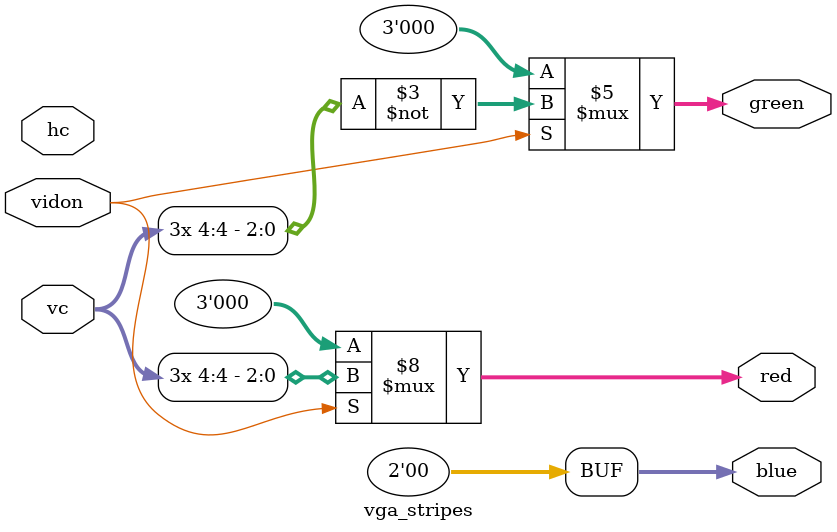
<source format=v>
module vga_stripes (
	input wire vidon,
	input wire [9:0] hc, vc,
	output reg [2:0] red, green,
	output reg [1:0] blue
);

always @(*) begin
	red = 0;
	blue = 0;
	green = 0;
	if (vidon == 1) begin
		red = {vc[4], vc[4], vc[4]};
		green = ~{vc[4], vc[4], vc[4]};
	end
end

endmodule 
</source>
